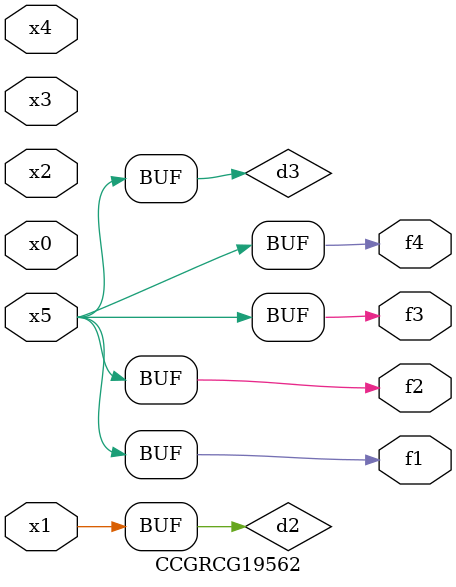
<source format=v>
module CCGRCG19562(
	input x0, x1, x2, x3, x4, x5,
	output f1, f2, f3, f4
);

	wire d1, d2, d3;

	not (d1, x5);
	or (d2, x1);
	xnor (d3, d1);
	assign f1 = d3;
	assign f2 = d3;
	assign f3 = d3;
	assign f4 = d3;
endmodule

</source>
